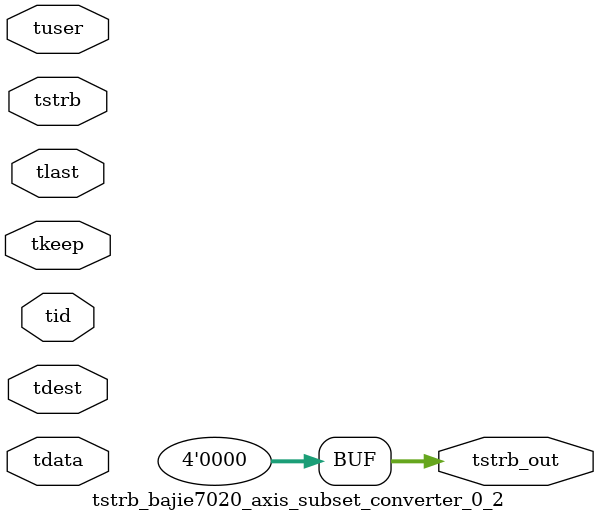
<source format=v>


`timescale 1ps/1ps

module tstrb_bajie7020_axis_subset_converter_0_2 #
(
parameter C_S_AXIS_TDATA_WIDTH = 32,
parameter C_S_AXIS_TUSER_WIDTH = 0,
parameter C_S_AXIS_TID_WIDTH   = 0,
parameter C_S_AXIS_TDEST_WIDTH = 0,
parameter C_M_AXIS_TDATA_WIDTH = 32
)
(
input  [(C_S_AXIS_TDATA_WIDTH == 0 ? 1 : C_S_AXIS_TDATA_WIDTH)-1:0     ] tdata,
input  [(C_S_AXIS_TUSER_WIDTH == 0 ? 1 : C_S_AXIS_TUSER_WIDTH)-1:0     ] tuser,
input  [(C_S_AXIS_TID_WIDTH   == 0 ? 1 : C_S_AXIS_TID_WIDTH)-1:0       ] tid,
input  [(C_S_AXIS_TDEST_WIDTH == 0 ? 1 : C_S_AXIS_TDEST_WIDTH)-1:0     ] tdest,
input  [(C_S_AXIS_TDATA_WIDTH/8)-1:0 ] tkeep,
input  [(C_S_AXIS_TDATA_WIDTH/8)-1:0 ] tstrb,
input                                                                    tlast,
output [(C_M_AXIS_TDATA_WIDTH/8)-1:0 ] tstrb_out
);

assign tstrb_out = {1'b0};

endmodule


</source>
